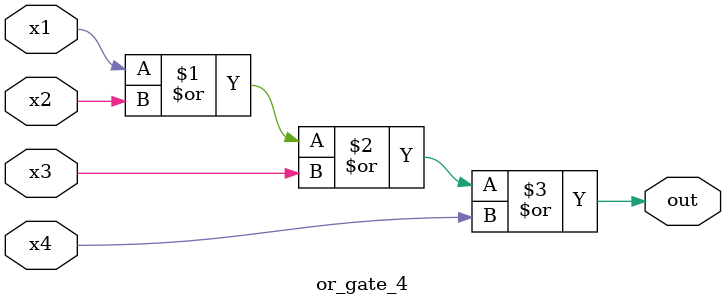
<source format=v>
module or_gate_4 ( input x1, x2,x3, x4, output out );
  
  assign
      out   = x1 | x2 | x3 | x4 ; 
    
endmodule
</source>
